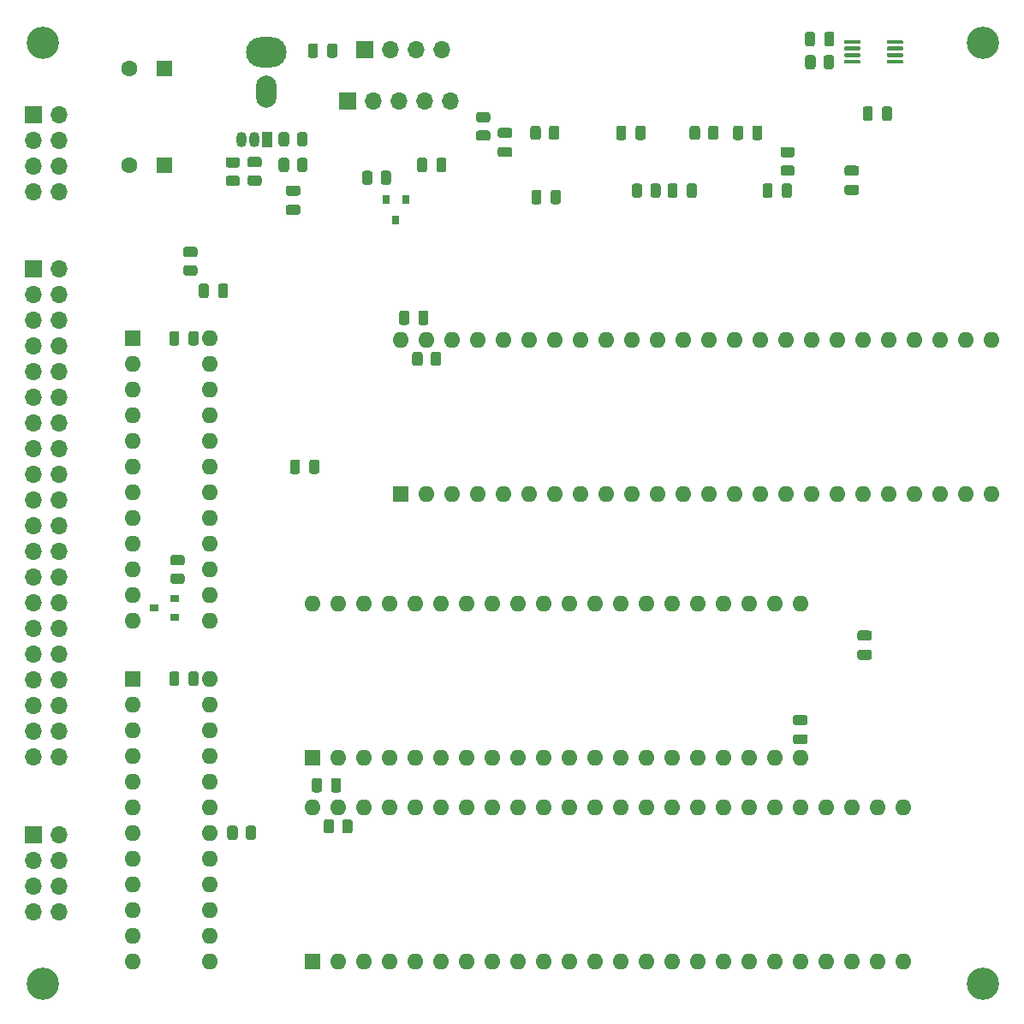
<source format=gbr>
%TF.GenerationSoftware,KiCad,Pcbnew,(5.1.9)-1*%
%TF.CreationDate,2021-11-03T00:39:52-04:00*%
%TF.ProjectId,main,6d61696e-2e6b-4696-9361-645f70636258,rev?*%
%TF.SameCoordinates,Original*%
%TF.FileFunction,Soldermask,Bot*%
%TF.FilePolarity,Negative*%
%FSLAX46Y46*%
G04 Gerber Fmt 4.6, Leading zero omitted, Abs format (unit mm)*
G04 Created by KiCad (PCBNEW (5.1.9)-1) date 2021-11-03 00:39:52*
%MOMM*%
%LPD*%
G01*
G04 APERTURE LIST*
%ADD10O,4.000000X3.000000*%
%ADD11O,2.000000X3.200000*%
%ADD12R,0.800000X0.900000*%
%ADD13R,0.900000X0.800000*%
%ADD14R,1.050000X1.500000*%
%ADD15O,1.050000X1.500000*%
%ADD16O,1.600000X1.600000*%
%ADD17R,1.600000X1.600000*%
%ADD18O,1.700000X1.700000*%
%ADD19R,1.700000X1.700000*%
%ADD20C,3.200000*%
%ADD21C,1.600000*%
G04 APERTURE END LIST*
D10*
%TO.C,J6*%
X45650000Y-24400000D03*
D11*
X45650000Y-28300000D03*
%TD*%
%TO.C,U10*%
G36*
G01*
X104364000Y-23309000D02*
X104364000Y-23509000D01*
G75*
G02*
X104264000Y-23609000I-100000J0D01*
G01*
X102839000Y-23609000D01*
G75*
G02*
X102739000Y-23509000I0J100000D01*
G01*
X102739000Y-23309000D01*
G75*
G02*
X102839000Y-23209000I100000J0D01*
G01*
X104264000Y-23209000D01*
G75*
G02*
X104364000Y-23309000I0J-100000D01*
G01*
G37*
G36*
G01*
X104364000Y-23959000D02*
X104364000Y-24159000D01*
G75*
G02*
X104264000Y-24259000I-100000J0D01*
G01*
X102839000Y-24259000D01*
G75*
G02*
X102739000Y-24159000I0J100000D01*
G01*
X102739000Y-23959000D01*
G75*
G02*
X102839000Y-23859000I100000J0D01*
G01*
X104264000Y-23859000D01*
G75*
G02*
X104364000Y-23959000I0J-100000D01*
G01*
G37*
G36*
G01*
X104364000Y-24609000D02*
X104364000Y-24809000D01*
G75*
G02*
X104264000Y-24909000I-100000J0D01*
G01*
X102839000Y-24909000D01*
G75*
G02*
X102739000Y-24809000I0J100000D01*
G01*
X102739000Y-24609000D01*
G75*
G02*
X102839000Y-24509000I100000J0D01*
G01*
X104264000Y-24509000D01*
G75*
G02*
X104364000Y-24609000I0J-100000D01*
G01*
G37*
G36*
G01*
X104364000Y-25259000D02*
X104364000Y-25459000D01*
G75*
G02*
X104264000Y-25559000I-100000J0D01*
G01*
X102839000Y-25559000D01*
G75*
G02*
X102739000Y-25459000I0J100000D01*
G01*
X102739000Y-25259000D01*
G75*
G02*
X102839000Y-25159000I100000J0D01*
G01*
X104264000Y-25159000D01*
G75*
G02*
X104364000Y-25259000I0J-100000D01*
G01*
G37*
G36*
G01*
X108589000Y-25259000D02*
X108589000Y-25459000D01*
G75*
G02*
X108489000Y-25559000I-100000J0D01*
G01*
X107064000Y-25559000D01*
G75*
G02*
X106964000Y-25459000I0J100000D01*
G01*
X106964000Y-25259000D01*
G75*
G02*
X107064000Y-25159000I100000J0D01*
G01*
X108489000Y-25159000D01*
G75*
G02*
X108589000Y-25259000I0J-100000D01*
G01*
G37*
G36*
G01*
X108589000Y-24609000D02*
X108589000Y-24809000D01*
G75*
G02*
X108489000Y-24909000I-100000J0D01*
G01*
X107064000Y-24909000D01*
G75*
G02*
X106964000Y-24809000I0J100000D01*
G01*
X106964000Y-24609000D01*
G75*
G02*
X107064000Y-24509000I100000J0D01*
G01*
X108489000Y-24509000D01*
G75*
G02*
X108589000Y-24609000I0J-100000D01*
G01*
G37*
G36*
G01*
X108589000Y-23959000D02*
X108589000Y-24159000D01*
G75*
G02*
X108489000Y-24259000I-100000J0D01*
G01*
X107064000Y-24259000D01*
G75*
G02*
X106964000Y-24159000I0J100000D01*
G01*
X106964000Y-23959000D01*
G75*
G02*
X107064000Y-23859000I100000J0D01*
G01*
X108489000Y-23859000D01*
G75*
G02*
X108589000Y-23959000I0J-100000D01*
G01*
G37*
G36*
G01*
X108589000Y-23309000D02*
X108589000Y-23509000D01*
G75*
G02*
X108489000Y-23609000I-100000J0D01*
G01*
X107064000Y-23609000D01*
G75*
G02*
X106964000Y-23509000I0J100000D01*
G01*
X106964000Y-23309000D01*
G75*
G02*
X107064000Y-23209000I100000J0D01*
G01*
X108489000Y-23209000D01*
G75*
G02*
X108589000Y-23309000I0J-100000D01*
G01*
G37*
%TD*%
%TO.C,R16*%
G36*
G01*
X56115000Y-36379999D02*
X56115000Y-37280001D01*
G75*
G02*
X55865001Y-37530000I-249999J0D01*
G01*
X55339999Y-37530000D01*
G75*
G02*
X55090000Y-37280001I0J249999D01*
G01*
X55090000Y-36379999D01*
G75*
G02*
X55339999Y-36130000I249999J0D01*
G01*
X55865001Y-36130000D01*
G75*
G02*
X56115000Y-36379999I0J-249999D01*
G01*
G37*
G36*
G01*
X57940000Y-36379999D02*
X57940000Y-37280001D01*
G75*
G02*
X57690001Y-37530000I-249999J0D01*
G01*
X57164999Y-37530000D01*
G75*
G02*
X56915000Y-37280001I0J249999D01*
G01*
X56915000Y-36379999D01*
G75*
G02*
X57164999Y-36130000I249999J0D01*
G01*
X57690001Y-36130000D01*
G75*
G02*
X57940000Y-36379999I0J-249999D01*
G01*
G37*
%TD*%
%TO.C,R9*%
G36*
G01*
X37280001Y-75165000D02*
X36379999Y-75165000D01*
G75*
G02*
X36130000Y-74915001I0J249999D01*
G01*
X36130000Y-74389999D01*
G75*
G02*
X36379999Y-74140000I249999J0D01*
G01*
X37280001Y-74140000D01*
G75*
G02*
X37530000Y-74389999I0J-249999D01*
G01*
X37530000Y-74915001D01*
G75*
G02*
X37280001Y-75165000I-249999J0D01*
G01*
G37*
G36*
G01*
X37280001Y-76990000D02*
X36379999Y-76990000D01*
G75*
G02*
X36130000Y-76740001I0J249999D01*
G01*
X36130000Y-76214999D01*
G75*
G02*
X36379999Y-75965000I249999J0D01*
G01*
X37280001Y-75965000D01*
G75*
G02*
X37530000Y-76214999I0J-249999D01*
G01*
X37530000Y-76740001D01*
G75*
G02*
X37280001Y-76990000I-249999J0D01*
G01*
G37*
%TD*%
%TO.C,R7*%
G36*
G01*
X100730000Y-25850001D02*
X100730000Y-24949999D01*
G75*
G02*
X100979999Y-24700000I249999J0D01*
G01*
X101505001Y-24700000D01*
G75*
G02*
X101755000Y-24949999I0J-249999D01*
G01*
X101755000Y-25850001D01*
G75*
G02*
X101505001Y-26100000I-249999J0D01*
G01*
X100979999Y-26100000D01*
G75*
G02*
X100730000Y-25850001I0J249999D01*
G01*
G37*
G36*
G01*
X98905000Y-25850001D02*
X98905000Y-24949999D01*
G75*
G02*
X99154999Y-24700000I249999J0D01*
G01*
X99680001Y-24700000D01*
G75*
G02*
X99930000Y-24949999I0J-249999D01*
G01*
X99930000Y-25850001D01*
G75*
G02*
X99680001Y-26100000I-249999J0D01*
G01*
X99154999Y-26100000D01*
G75*
G02*
X98905000Y-25850001I0J249999D01*
G01*
G37*
%TD*%
%TO.C,R3*%
G36*
G01*
X42780000Y-101149999D02*
X42780000Y-102050001D01*
G75*
G02*
X42530001Y-102300000I-249999J0D01*
G01*
X42004999Y-102300000D01*
G75*
G02*
X41755000Y-102050001I0J249999D01*
G01*
X41755000Y-101149999D01*
G75*
G02*
X42004999Y-100900000I249999J0D01*
G01*
X42530001Y-100900000D01*
G75*
G02*
X42780000Y-101149999I0J-249999D01*
G01*
G37*
G36*
G01*
X44605000Y-101149999D02*
X44605000Y-102050001D01*
G75*
G02*
X44355001Y-102300000I-249999J0D01*
G01*
X43829999Y-102300000D01*
G75*
G02*
X43580000Y-102050001I0J249999D01*
G01*
X43580000Y-101149999D01*
G75*
G02*
X43829999Y-100900000I249999J0D01*
G01*
X44355001Y-100900000D01*
G75*
G02*
X44605000Y-101149999I0J-249999D01*
G01*
G37*
%TD*%
D12*
%TO.C,Q3*%
X58420000Y-41005000D03*
X59370000Y-39005000D03*
X57470000Y-39005000D03*
%TD*%
D13*
%TO.C,Q2*%
X34560000Y-79375000D03*
X36560000Y-80325000D03*
X36560000Y-78425000D03*
%TD*%
%TO.C,C22*%
G36*
G01*
X48735000Y-38605000D02*
X47785000Y-38605000D01*
G75*
G02*
X47535000Y-38355000I0J250000D01*
G01*
X47535000Y-37855000D01*
G75*
G02*
X47785000Y-37605000I250000J0D01*
G01*
X48735000Y-37605000D01*
G75*
G02*
X48985000Y-37855000I0J-250000D01*
G01*
X48985000Y-38355000D01*
G75*
G02*
X48735000Y-38605000I-250000J0D01*
G01*
G37*
G36*
G01*
X48735000Y-40505000D02*
X47785000Y-40505000D01*
G75*
G02*
X47535000Y-40255000I0J250000D01*
G01*
X47535000Y-39755000D01*
G75*
G02*
X47785000Y-39505000I250000J0D01*
G01*
X48735000Y-39505000D01*
G75*
G02*
X48985000Y-39755000I0J-250000D01*
G01*
X48985000Y-40255000D01*
G75*
G02*
X48735000Y-40505000I-250000J0D01*
G01*
G37*
%TD*%
%TO.C,C21*%
G36*
G01*
X87191000Y-38575000D02*
X87191000Y-37625000D01*
G75*
G02*
X87441000Y-37375000I250000J0D01*
G01*
X87941000Y-37375000D01*
G75*
G02*
X88191000Y-37625000I0J-250000D01*
G01*
X88191000Y-38575000D01*
G75*
G02*
X87941000Y-38825000I-250000J0D01*
G01*
X87441000Y-38825000D01*
G75*
G02*
X87191000Y-38575000I0J250000D01*
G01*
G37*
G36*
G01*
X85291000Y-38575000D02*
X85291000Y-37625000D01*
G75*
G02*
X85541000Y-37375000I250000J0D01*
G01*
X86041000Y-37375000D01*
G75*
G02*
X86291000Y-37625000I0J-250000D01*
G01*
X86291000Y-38575000D01*
G75*
G02*
X86041000Y-38825000I-250000J0D01*
G01*
X85541000Y-38825000D01*
G75*
G02*
X85291000Y-38575000I0J250000D01*
G01*
G37*
%TD*%
%TO.C,C20*%
G36*
G01*
X40836000Y-48481000D02*
X40836000Y-47531000D01*
G75*
G02*
X41086000Y-47281000I250000J0D01*
G01*
X41586000Y-47281000D01*
G75*
G02*
X41836000Y-47531000I0J-250000D01*
G01*
X41836000Y-48481000D01*
G75*
G02*
X41586000Y-48731000I-250000J0D01*
G01*
X41086000Y-48731000D01*
G75*
G02*
X40836000Y-48481000I0J250000D01*
G01*
G37*
G36*
G01*
X38936000Y-48481000D02*
X38936000Y-47531000D01*
G75*
G02*
X39186000Y-47281000I250000J0D01*
G01*
X39686000Y-47281000D01*
G75*
G02*
X39936000Y-47531000I0J-250000D01*
G01*
X39936000Y-48481000D01*
G75*
G02*
X39686000Y-48731000I-250000J0D01*
G01*
X39186000Y-48731000D01*
G75*
G02*
X38936000Y-48481000I0J250000D01*
G01*
G37*
%TD*%
%TO.C,C19*%
G36*
G01*
X99880000Y-22639000D02*
X99880000Y-23589000D01*
G75*
G02*
X99630000Y-23839000I-250000J0D01*
G01*
X99130000Y-23839000D01*
G75*
G02*
X98880000Y-23589000I0J250000D01*
G01*
X98880000Y-22639000D01*
G75*
G02*
X99130000Y-22389000I250000J0D01*
G01*
X99630000Y-22389000D01*
G75*
G02*
X99880000Y-22639000I0J-250000D01*
G01*
G37*
G36*
G01*
X101780000Y-22639000D02*
X101780000Y-23589000D01*
G75*
G02*
X101530000Y-23839000I-250000J0D01*
G01*
X101030000Y-23839000D01*
G75*
G02*
X100780000Y-23589000I0J250000D01*
G01*
X100780000Y-22639000D01*
G75*
G02*
X101030000Y-22389000I250000J0D01*
G01*
X101530000Y-22389000D01*
G75*
G02*
X101780000Y-22639000I0J-250000D01*
G01*
G37*
%TD*%
%TO.C,C18*%
G36*
G01*
X68740000Y-33785000D02*
X69690000Y-33785000D01*
G75*
G02*
X69940000Y-34035000I0J-250000D01*
G01*
X69940000Y-34535000D01*
G75*
G02*
X69690000Y-34785000I-250000J0D01*
G01*
X68740000Y-34785000D01*
G75*
G02*
X68490000Y-34535000I0J250000D01*
G01*
X68490000Y-34035000D01*
G75*
G02*
X68740000Y-33785000I250000J0D01*
G01*
G37*
G36*
G01*
X68740000Y-31885000D02*
X69690000Y-31885000D01*
G75*
G02*
X69940000Y-32135000I0J-250000D01*
G01*
X69940000Y-32635000D01*
G75*
G02*
X69690000Y-32885000I-250000J0D01*
G01*
X68740000Y-32885000D01*
G75*
G02*
X68490000Y-32635000I0J250000D01*
G01*
X68490000Y-32135000D01*
G75*
G02*
X68740000Y-31885000I250000J0D01*
G01*
G37*
%TD*%
%TO.C,C17*%
G36*
G01*
X103030000Y-37534000D02*
X103980000Y-37534000D01*
G75*
G02*
X104230000Y-37784000I0J-250000D01*
G01*
X104230000Y-38284000D01*
G75*
G02*
X103980000Y-38534000I-250000J0D01*
G01*
X103030000Y-38534000D01*
G75*
G02*
X102780000Y-38284000I0J250000D01*
G01*
X102780000Y-37784000D01*
G75*
G02*
X103030000Y-37534000I250000J0D01*
G01*
G37*
G36*
G01*
X103030000Y-35634000D02*
X103980000Y-35634000D01*
G75*
G02*
X104230000Y-35884000I0J-250000D01*
G01*
X104230000Y-36384000D01*
G75*
G02*
X103980000Y-36634000I-250000J0D01*
G01*
X103030000Y-36634000D01*
G75*
G02*
X102780000Y-36384000I0J250000D01*
G01*
X102780000Y-35884000D01*
G75*
G02*
X103030000Y-35634000I250000J0D01*
G01*
G37*
%TD*%
%TO.C,C16*%
G36*
G01*
X93668000Y-32860000D02*
X93668000Y-31910000D01*
G75*
G02*
X93918000Y-31660000I250000J0D01*
G01*
X94418000Y-31660000D01*
G75*
G02*
X94668000Y-31910000I0J-250000D01*
G01*
X94668000Y-32860000D01*
G75*
G02*
X94418000Y-33110000I-250000J0D01*
G01*
X93918000Y-33110000D01*
G75*
G02*
X93668000Y-32860000I0J250000D01*
G01*
G37*
G36*
G01*
X91768000Y-32860000D02*
X91768000Y-31910000D01*
G75*
G02*
X92018000Y-31660000I250000J0D01*
G01*
X92518000Y-31660000D01*
G75*
G02*
X92768000Y-31910000I0J-250000D01*
G01*
X92768000Y-32860000D01*
G75*
G02*
X92518000Y-33110000I-250000J0D01*
G01*
X92018000Y-33110000D01*
G75*
G02*
X91768000Y-32860000I0J250000D01*
G01*
G37*
%TD*%
%TO.C,C15*%
G36*
G01*
X82111000Y-32860000D02*
X82111000Y-31910000D01*
G75*
G02*
X82361000Y-31660000I250000J0D01*
G01*
X82861000Y-31660000D01*
G75*
G02*
X83111000Y-31910000I0J-250000D01*
G01*
X83111000Y-32860000D01*
G75*
G02*
X82861000Y-33110000I-250000J0D01*
G01*
X82361000Y-33110000D01*
G75*
G02*
X82111000Y-32860000I0J250000D01*
G01*
G37*
G36*
G01*
X80211000Y-32860000D02*
X80211000Y-31910000D01*
G75*
G02*
X80461000Y-31660000I250000J0D01*
G01*
X80961000Y-31660000D01*
G75*
G02*
X81211000Y-31910000I0J-250000D01*
G01*
X81211000Y-32860000D01*
G75*
G02*
X80961000Y-33110000I-250000J0D01*
G01*
X80461000Y-33110000D01*
G75*
G02*
X80211000Y-32860000I0J250000D01*
G01*
G37*
%TD*%
%TO.C,C14*%
G36*
G01*
X72829000Y-38260000D02*
X72829000Y-39210000D01*
G75*
G02*
X72579000Y-39460000I-250000J0D01*
G01*
X72079000Y-39460000D01*
G75*
G02*
X71829000Y-39210000I0J250000D01*
G01*
X71829000Y-38260000D01*
G75*
G02*
X72079000Y-38010000I250000J0D01*
G01*
X72579000Y-38010000D01*
G75*
G02*
X72829000Y-38260000I0J-250000D01*
G01*
G37*
G36*
G01*
X74729000Y-38260000D02*
X74729000Y-39210000D01*
G75*
G02*
X74479000Y-39460000I-250000J0D01*
G01*
X73979000Y-39460000D01*
G75*
G02*
X73729000Y-39210000I0J250000D01*
G01*
X73729000Y-38260000D01*
G75*
G02*
X73979000Y-38010000I250000J0D01*
G01*
X74479000Y-38010000D01*
G75*
G02*
X74729000Y-38260000I0J-250000D01*
G01*
G37*
%TD*%
%TO.C,C13*%
G36*
G01*
X95689000Y-37625000D02*
X95689000Y-38575000D01*
G75*
G02*
X95439000Y-38825000I-250000J0D01*
G01*
X94939000Y-38825000D01*
G75*
G02*
X94689000Y-38575000I0J250000D01*
G01*
X94689000Y-37625000D01*
G75*
G02*
X94939000Y-37375000I250000J0D01*
G01*
X95439000Y-37375000D01*
G75*
G02*
X95689000Y-37625000I0J-250000D01*
G01*
G37*
G36*
G01*
X97589000Y-37625000D02*
X97589000Y-38575000D01*
G75*
G02*
X97339000Y-38825000I-250000J0D01*
G01*
X96839000Y-38825000D01*
G75*
G02*
X96589000Y-38575000I0J250000D01*
G01*
X96589000Y-37625000D01*
G75*
G02*
X96839000Y-37375000I250000J0D01*
G01*
X97339000Y-37375000D01*
G75*
G02*
X97589000Y-37625000I0J-250000D01*
G01*
G37*
%TD*%
%TO.C,C12*%
G36*
G01*
X61526000Y-35085000D02*
X61526000Y-36035000D01*
G75*
G02*
X61276000Y-36285000I-250000J0D01*
G01*
X60776000Y-36285000D01*
G75*
G02*
X60526000Y-36035000I0J250000D01*
G01*
X60526000Y-35085000D01*
G75*
G02*
X60776000Y-34835000I250000J0D01*
G01*
X61276000Y-34835000D01*
G75*
G02*
X61526000Y-35085000I0J-250000D01*
G01*
G37*
G36*
G01*
X63426000Y-35085000D02*
X63426000Y-36035000D01*
G75*
G02*
X63176000Y-36285000I-250000J0D01*
G01*
X62676000Y-36285000D01*
G75*
G02*
X62426000Y-36035000I0J250000D01*
G01*
X62426000Y-35085000D01*
G75*
G02*
X62676000Y-34835000I250000J0D01*
G01*
X63176000Y-34835000D01*
G75*
G02*
X63426000Y-35085000I0J-250000D01*
G01*
G37*
%TD*%
%TO.C,R14*%
G36*
G01*
X96704999Y-35602500D02*
X97605001Y-35602500D01*
G75*
G02*
X97855000Y-35852499I0J-249999D01*
G01*
X97855000Y-36377501D01*
G75*
G02*
X97605001Y-36627500I-249999J0D01*
G01*
X96704999Y-36627500D01*
G75*
G02*
X96455000Y-36377501I0J249999D01*
G01*
X96455000Y-35852499D01*
G75*
G02*
X96704999Y-35602500I249999J0D01*
G01*
G37*
G36*
G01*
X96704999Y-33777500D02*
X97605001Y-33777500D01*
G75*
G02*
X97855000Y-34027499I0J-249999D01*
G01*
X97855000Y-34552501D01*
G75*
G02*
X97605001Y-34802500I-249999J0D01*
G01*
X96704999Y-34802500D01*
G75*
G02*
X96455000Y-34552501I0J249999D01*
G01*
X96455000Y-34027499D01*
G75*
G02*
X96704999Y-33777500I249999J0D01*
G01*
G37*
%TD*%
%TO.C,R11*%
G36*
G01*
X47860000Y-32569999D02*
X47860000Y-33470001D01*
G75*
G02*
X47610001Y-33720000I-249999J0D01*
G01*
X47084999Y-33720000D01*
G75*
G02*
X46835000Y-33470001I0J249999D01*
G01*
X46835000Y-32569999D01*
G75*
G02*
X47084999Y-32320000I249999J0D01*
G01*
X47610001Y-32320000D01*
G75*
G02*
X47860000Y-32569999I0J-249999D01*
G01*
G37*
G36*
G01*
X49685000Y-32569999D02*
X49685000Y-33470001D01*
G75*
G02*
X49435001Y-33720000I-249999J0D01*
G01*
X48909999Y-33720000D01*
G75*
G02*
X48660000Y-33470001I0J249999D01*
G01*
X48660000Y-32569999D01*
G75*
G02*
X48909999Y-32320000I249999J0D01*
G01*
X49435001Y-32320000D01*
G75*
G02*
X49685000Y-32569999I0J-249999D01*
G01*
G37*
%TD*%
%TO.C,R10*%
G36*
G01*
X47860000Y-35109999D02*
X47860000Y-36010001D01*
G75*
G02*
X47610001Y-36260000I-249999J0D01*
G01*
X47084999Y-36260000D01*
G75*
G02*
X46835000Y-36010001I0J249999D01*
G01*
X46835000Y-35109999D01*
G75*
G02*
X47084999Y-34860000I249999J0D01*
G01*
X47610001Y-34860000D01*
G75*
G02*
X47860000Y-35109999I0J-249999D01*
G01*
G37*
G36*
G01*
X49685000Y-35109999D02*
X49685000Y-36010001D01*
G75*
G02*
X49435001Y-36260000I-249999J0D01*
G01*
X48909999Y-36260000D01*
G75*
G02*
X48660000Y-36010001I0J249999D01*
G01*
X48660000Y-35109999D01*
G75*
G02*
X48909999Y-34860000I249999J0D01*
G01*
X49435001Y-34860000D01*
G75*
G02*
X49685000Y-35109999I0J-249999D01*
G01*
G37*
%TD*%
%TO.C,R8*%
G36*
G01*
X43999999Y-36595000D02*
X44900001Y-36595000D01*
G75*
G02*
X45150000Y-36844999I0J-249999D01*
G01*
X45150000Y-37370001D01*
G75*
G02*
X44900001Y-37620000I-249999J0D01*
G01*
X43999999Y-37620000D01*
G75*
G02*
X43750000Y-37370001I0J249999D01*
G01*
X43750000Y-36844999D01*
G75*
G02*
X43999999Y-36595000I249999J0D01*
G01*
G37*
G36*
G01*
X43999999Y-34770000D02*
X44900001Y-34770000D01*
G75*
G02*
X45150000Y-35019999I0J-249999D01*
G01*
X45150000Y-35545001D01*
G75*
G02*
X44900001Y-35795000I-249999J0D01*
G01*
X43999999Y-35795000D01*
G75*
G02*
X43750000Y-35545001I0J249999D01*
G01*
X43750000Y-35019999D01*
G75*
G02*
X43999999Y-34770000I249999J0D01*
G01*
G37*
%TD*%
%TO.C,R6*%
G36*
G01*
X41840999Y-36618500D02*
X42741001Y-36618500D01*
G75*
G02*
X42991000Y-36868499I0J-249999D01*
G01*
X42991000Y-37393501D01*
G75*
G02*
X42741001Y-37643500I-249999J0D01*
G01*
X41840999Y-37643500D01*
G75*
G02*
X41591000Y-37393501I0J249999D01*
G01*
X41591000Y-36868499D01*
G75*
G02*
X41840999Y-36618500I249999J0D01*
G01*
G37*
G36*
G01*
X41840999Y-34793500D02*
X42741001Y-34793500D01*
G75*
G02*
X42991000Y-35043499I0J-249999D01*
G01*
X42991000Y-35568501D01*
G75*
G02*
X42741001Y-35818500I-249999J0D01*
G01*
X41840999Y-35818500D01*
G75*
G02*
X41591000Y-35568501I0J249999D01*
G01*
X41591000Y-35043499D01*
G75*
G02*
X41840999Y-34793500I249999J0D01*
G01*
G37*
%TD*%
D14*
%TO.C,Q1*%
X45720000Y-33020000D03*
D15*
X43180000Y-33020000D03*
X44450000Y-33020000D03*
%TD*%
%TO.C,R1*%
G36*
G01*
X37649999Y-45485000D02*
X38550001Y-45485000D01*
G75*
G02*
X38800000Y-45734999I0J-249999D01*
G01*
X38800000Y-46260001D01*
G75*
G02*
X38550001Y-46510000I-249999J0D01*
G01*
X37649999Y-46510000D01*
G75*
G02*
X37400000Y-46260001I0J249999D01*
G01*
X37400000Y-45734999D01*
G75*
G02*
X37649999Y-45485000I249999J0D01*
G01*
G37*
G36*
G01*
X37649999Y-43660000D02*
X38550001Y-43660000D01*
G75*
G02*
X38800000Y-43909999I0J-249999D01*
G01*
X38800000Y-44435001D01*
G75*
G02*
X38550001Y-44685000I-249999J0D01*
G01*
X37649999Y-44685000D01*
G75*
G02*
X37400000Y-44435001I0J249999D01*
G01*
X37400000Y-43909999D01*
G75*
G02*
X37649999Y-43660000I249999J0D01*
G01*
G37*
%TD*%
D16*
%TO.C,U11*%
X40005000Y-52705000D03*
X32385000Y-80645000D03*
X40005000Y-55245000D03*
X32385000Y-78105000D03*
X40005000Y-57785000D03*
X32385000Y-75565000D03*
X40005000Y-60325000D03*
X32385000Y-73025000D03*
X40005000Y-62865000D03*
X32385000Y-70485000D03*
X40005000Y-65405000D03*
X32385000Y-67945000D03*
X40005000Y-67945000D03*
X32385000Y-65405000D03*
X40005000Y-70485000D03*
X32385000Y-62865000D03*
X40005000Y-73025000D03*
X32385000Y-60325000D03*
X40005000Y-75565000D03*
X32385000Y-57785000D03*
X40005000Y-78105000D03*
X32385000Y-55245000D03*
X40005000Y-80645000D03*
D17*
X32385000Y-52705000D03*
%TD*%
D18*
%TO.C,J4*%
X63825000Y-29210000D03*
X61285000Y-29210000D03*
X58745000Y-29210000D03*
X56205000Y-29210000D03*
D19*
X53665000Y-29210000D03*
%TD*%
D18*
%TO.C,J3*%
X62992000Y-24130000D03*
X60452000Y-24130000D03*
X57912000Y-24130000D03*
D19*
X55372000Y-24130000D03*
%TD*%
D16*
%TO.C,U16*%
X58928000Y-52832000D03*
X117348000Y-68072000D03*
X61468000Y-52832000D03*
X114808000Y-68072000D03*
X64008000Y-52832000D03*
X112268000Y-68072000D03*
X66548000Y-52832000D03*
X109728000Y-68072000D03*
X69088000Y-52832000D03*
X107188000Y-68072000D03*
X71628000Y-52832000D03*
X104648000Y-68072000D03*
X74168000Y-52832000D03*
X102108000Y-68072000D03*
X76708000Y-52832000D03*
X99568000Y-68072000D03*
X79248000Y-52832000D03*
X97028000Y-68072000D03*
X81788000Y-52832000D03*
X94488000Y-68072000D03*
X84328000Y-52832000D03*
X91948000Y-68072000D03*
X86868000Y-52832000D03*
X89408000Y-68072000D03*
X89408000Y-52832000D03*
X86868000Y-68072000D03*
X91948000Y-52832000D03*
X84328000Y-68072000D03*
X94488000Y-52832000D03*
X81788000Y-68072000D03*
X97028000Y-52832000D03*
X79248000Y-68072000D03*
X99568000Y-52832000D03*
X76708000Y-68072000D03*
X102108000Y-52832000D03*
X74168000Y-68072000D03*
X104648000Y-52832000D03*
X71628000Y-68072000D03*
X107188000Y-52832000D03*
X69088000Y-68072000D03*
X109728000Y-52832000D03*
X66548000Y-68072000D03*
X112268000Y-52832000D03*
X64008000Y-68072000D03*
X114808000Y-52832000D03*
X61468000Y-68072000D03*
X117348000Y-52832000D03*
D17*
X58928000Y-68072000D03*
%TD*%
D16*
%TO.C,U8*%
X50165000Y-78960700D03*
X98425000Y-94200700D03*
X52705000Y-78960700D03*
X95885000Y-94200700D03*
X55245000Y-78960700D03*
X93345000Y-94200700D03*
X57785000Y-78960700D03*
X90805000Y-94200700D03*
X60325000Y-78960700D03*
X88265000Y-94200700D03*
X62865000Y-78960700D03*
X85725000Y-94200700D03*
X65405000Y-78960700D03*
X83185000Y-94200700D03*
X67945000Y-78960700D03*
X80645000Y-94200700D03*
X70485000Y-78960700D03*
X78105000Y-94200700D03*
X73025000Y-78960700D03*
X75565000Y-94200700D03*
X75565000Y-78960700D03*
X73025000Y-94200700D03*
X78105000Y-78960700D03*
X70485000Y-94200700D03*
X80645000Y-78960700D03*
X67945000Y-94200700D03*
X83185000Y-78960700D03*
X65405000Y-94200700D03*
X85725000Y-78960700D03*
X62865000Y-94200700D03*
X88265000Y-78960700D03*
X60325000Y-94200700D03*
X90805000Y-78960700D03*
X57785000Y-94200700D03*
X93345000Y-78960700D03*
X55245000Y-94200700D03*
X95885000Y-78960700D03*
X52705000Y-94200700D03*
X98425000Y-78960700D03*
D17*
X50165000Y-94200700D03*
%TD*%
D16*
%TO.C,U7*%
X50165000Y-99060000D03*
X108585000Y-114300000D03*
X52705000Y-99060000D03*
X106045000Y-114300000D03*
X55245000Y-99060000D03*
X103505000Y-114300000D03*
X57785000Y-99060000D03*
X100965000Y-114300000D03*
X60325000Y-99060000D03*
X98425000Y-114300000D03*
X62865000Y-99060000D03*
X95885000Y-114300000D03*
X65405000Y-99060000D03*
X93345000Y-114300000D03*
X67945000Y-99060000D03*
X90805000Y-114300000D03*
X70485000Y-99060000D03*
X88265000Y-114300000D03*
X73025000Y-99060000D03*
X85725000Y-114300000D03*
X75565000Y-99060000D03*
X83185000Y-114300000D03*
X78105000Y-99060000D03*
X80645000Y-114300000D03*
X80645000Y-99060000D03*
X78105000Y-114300000D03*
X83185000Y-99060000D03*
X75565000Y-114300000D03*
X85725000Y-99060000D03*
X73025000Y-114300000D03*
X88265000Y-99060000D03*
X70485000Y-114300000D03*
X90805000Y-99060000D03*
X67945000Y-114300000D03*
X93345000Y-99060000D03*
X65405000Y-114300000D03*
X95885000Y-99060000D03*
X62865000Y-114300000D03*
X98425000Y-99060000D03*
X60325000Y-114300000D03*
X100965000Y-99060000D03*
X57785000Y-114300000D03*
X103505000Y-99060000D03*
X55245000Y-114300000D03*
X106045000Y-99060000D03*
X52705000Y-114300000D03*
X108585000Y-99060000D03*
D17*
X50165000Y-114300000D03*
%TD*%
%TO.C,R15*%
G36*
G01*
X66605999Y-32150000D02*
X67506001Y-32150000D01*
G75*
G02*
X67756000Y-32399999I0J-249999D01*
G01*
X67756000Y-32925001D01*
G75*
G02*
X67506001Y-33175000I-249999J0D01*
G01*
X66605999Y-33175000D01*
G75*
G02*
X66356000Y-32925001I0J249999D01*
G01*
X66356000Y-32399999D01*
G75*
G02*
X66605999Y-32150000I249999J0D01*
G01*
G37*
G36*
G01*
X66605999Y-30325000D02*
X67506001Y-30325000D01*
G75*
G02*
X67756000Y-30574999I0J-249999D01*
G01*
X67756000Y-31100001D01*
G75*
G02*
X67506001Y-31350000I-249999J0D01*
G01*
X66605999Y-31350000D01*
G75*
G02*
X66356000Y-31100001I0J249999D01*
G01*
X66356000Y-30574999D01*
G75*
G02*
X66605999Y-30325000I249999J0D01*
G01*
G37*
%TD*%
%TO.C,R13*%
G36*
G01*
X61068000Y-54286999D02*
X61068000Y-55187001D01*
G75*
G02*
X60818001Y-55437000I-249999J0D01*
G01*
X60292999Y-55437000D01*
G75*
G02*
X60043000Y-55187001I0J249999D01*
G01*
X60043000Y-54286999D01*
G75*
G02*
X60292999Y-54037000I249999J0D01*
G01*
X60818001Y-54037000D01*
G75*
G02*
X61068000Y-54286999I0J-249999D01*
G01*
G37*
G36*
G01*
X62893000Y-54286999D02*
X62893000Y-55187001D01*
G75*
G02*
X62643001Y-55437000I-249999J0D01*
G01*
X62117999Y-55437000D01*
G75*
G02*
X61868000Y-55187001I0J249999D01*
G01*
X61868000Y-54286999D01*
G75*
G02*
X62117999Y-54037000I249999J0D01*
G01*
X62643001Y-54037000D01*
G75*
G02*
X62893000Y-54286999I0J-249999D01*
G01*
G37*
%TD*%
%TO.C,R5*%
G36*
G01*
X89300000Y-32835001D02*
X89300000Y-31934999D01*
G75*
G02*
X89549999Y-31685000I249999J0D01*
G01*
X90075001Y-31685000D01*
G75*
G02*
X90325000Y-31934999I0J-249999D01*
G01*
X90325000Y-32835001D01*
G75*
G02*
X90075001Y-33085000I-249999J0D01*
G01*
X89549999Y-33085000D01*
G75*
G02*
X89300000Y-32835001I0J249999D01*
G01*
G37*
G36*
G01*
X87475000Y-32835001D02*
X87475000Y-31934999D01*
G75*
G02*
X87724999Y-31685000I249999J0D01*
G01*
X88250001Y-31685000D01*
G75*
G02*
X88500000Y-31934999I0J-249999D01*
G01*
X88500000Y-32835001D01*
G75*
G02*
X88250001Y-33085000I-249999J0D01*
G01*
X87724999Y-33085000D01*
G75*
G02*
X87475000Y-32835001I0J249999D01*
G01*
G37*
%TD*%
%TO.C,R4*%
G36*
G01*
X72752000Y-31934999D02*
X72752000Y-32835001D01*
G75*
G02*
X72502001Y-33085000I-249999J0D01*
G01*
X71976999Y-33085000D01*
G75*
G02*
X71727000Y-32835001I0J249999D01*
G01*
X71727000Y-31934999D01*
G75*
G02*
X71976999Y-31685000I249999J0D01*
G01*
X72502001Y-31685000D01*
G75*
G02*
X72752000Y-31934999I0J-249999D01*
G01*
G37*
G36*
G01*
X74577000Y-31934999D02*
X74577000Y-32835001D01*
G75*
G02*
X74327001Y-33085000I-249999J0D01*
G01*
X73801999Y-33085000D01*
G75*
G02*
X73552000Y-32835001I0J249999D01*
G01*
X73552000Y-31934999D01*
G75*
G02*
X73801999Y-31685000I249999J0D01*
G01*
X74327001Y-31685000D01*
G75*
G02*
X74577000Y-31934999I0J-249999D01*
G01*
G37*
%TD*%
%TO.C,R2*%
G36*
G01*
X53105000Y-101415001D02*
X53105000Y-100514999D01*
G75*
G02*
X53354999Y-100265000I249999J0D01*
G01*
X53880001Y-100265000D01*
G75*
G02*
X54130000Y-100514999I0J-249999D01*
G01*
X54130000Y-101415001D01*
G75*
G02*
X53880001Y-101665000I-249999J0D01*
G01*
X53354999Y-101665000D01*
G75*
G02*
X53105000Y-101415001I0J249999D01*
G01*
G37*
G36*
G01*
X51280000Y-101415001D02*
X51280000Y-100514999D01*
G75*
G02*
X51529999Y-100265000I249999J0D01*
G01*
X52055001Y-100265000D01*
G75*
G02*
X52305000Y-100514999I0J-249999D01*
G01*
X52305000Y-101415001D01*
G75*
G02*
X52055001Y-101665000I-249999J0D01*
G01*
X51529999Y-101665000D01*
G75*
G02*
X51280000Y-101415001I0J249999D01*
G01*
G37*
%TD*%
%TO.C,R12*%
G36*
G01*
X83585000Y-38550001D02*
X83585000Y-37649999D01*
G75*
G02*
X83834999Y-37400000I249999J0D01*
G01*
X84360001Y-37400000D01*
G75*
G02*
X84610000Y-37649999I0J-249999D01*
G01*
X84610000Y-38550001D01*
G75*
G02*
X84360001Y-38800000I-249999J0D01*
G01*
X83834999Y-38800000D01*
G75*
G02*
X83585000Y-38550001I0J249999D01*
G01*
G37*
G36*
G01*
X81760000Y-38550001D02*
X81760000Y-37649999D01*
G75*
G02*
X82009999Y-37400000I249999J0D01*
G01*
X82535001Y-37400000D01*
G75*
G02*
X82785000Y-37649999I0J-249999D01*
G01*
X82785000Y-38550001D01*
G75*
G02*
X82535001Y-38800000I-249999J0D01*
G01*
X82009999Y-38800000D01*
G75*
G02*
X81760000Y-38550001I0J249999D01*
G01*
G37*
%TD*%
%TO.C,C10*%
G36*
G01*
X106495000Y-30955000D02*
X106495000Y-30005000D01*
G75*
G02*
X106745000Y-29755000I250000J0D01*
G01*
X107245000Y-29755000D01*
G75*
G02*
X107495000Y-30005000I0J-250000D01*
G01*
X107495000Y-30955000D01*
G75*
G02*
X107245000Y-31205000I-250000J0D01*
G01*
X106745000Y-31205000D01*
G75*
G02*
X106495000Y-30955000I0J250000D01*
G01*
G37*
G36*
G01*
X104595000Y-30955000D02*
X104595000Y-30005000D01*
G75*
G02*
X104845000Y-29755000I250000J0D01*
G01*
X105345000Y-29755000D01*
G75*
G02*
X105595000Y-30005000I0J-250000D01*
G01*
X105595000Y-30955000D01*
G75*
G02*
X105345000Y-31205000I-250000J0D01*
G01*
X104845000Y-31205000D01*
G75*
G02*
X104595000Y-30955000I0J250000D01*
G01*
G37*
%TD*%
%TO.C,C9*%
G36*
G01*
X37015000Y-52230000D02*
X37015000Y-53180000D01*
G75*
G02*
X36765000Y-53430000I-250000J0D01*
G01*
X36265000Y-53430000D01*
G75*
G02*
X36015000Y-53180000I0J250000D01*
G01*
X36015000Y-52230000D01*
G75*
G02*
X36265000Y-51980000I250000J0D01*
G01*
X36765000Y-51980000D01*
G75*
G02*
X37015000Y-52230000I0J-250000D01*
G01*
G37*
G36*
G01*
X38915000Y-52230000D02*
X38915000Y-53180000D01*
G75*
G02*
X38665000Y-53430000I-250000J0D01*
G01*
X38165000Y-53430000D01*
G75*
G02*
X37915000Y-53180000I0J250000D01*
G01*
X37915000Y-52230000D01*
G75*
G02*
X38165000Y-51980000I250000J0D01*
G01*
X38665000Y-51980000D01*
G75*
G02*
X38915000Y-52230000I0J-250000D01*
G01*
G37*
%TD*%
%TO.C,C7*%
G36*
G01*
X50731000Y-23782000D02*
X50731000Y-24732000D01*
G75*
G02*
X50481000Y-24982000I-250000J0D01*
G01*
X49981000Y-24982000D01*
G75*
G02*
X49731000Y-24732000I0J250000D01*
G01*
X49731000Y-23782000D01*
G75*
G02*
X49981000Y-23532000I250000J0D01*
G01*
X50481000Y-23532000D01*
G75*
G02*
X50731000Y-23782000I0J-250000D01*
G01*
G37*
G36*
G01*
X52631000Y-23782000D02*
X52631000Y-24732000D01*
G75*
G02*
X52381000Y-24982000I-250000J0D01*
G01*
X51881000Y-24982000D01*
G75*
G02*
X51631000Y-24732000I0J250000D01*
G01*
X51631000Y-23782000D01*
G75*
G02*
X51881000Y-23532000I250000J0D01*
G01*
X52381000Y-23532000D01*
G75*
G02*
X52631000Y-23782000I0J-250000D01*
G01*
G37*
%TD*%
%TO.C,C6*%
G36*
G01*
X60648000Y-51148000D02*
X60648000Y-50198000D01*
G75*
G02*
X60898000Y-49948000I250000J0D01*
G01*
X61398000Y-49948000D01*
G75*
G02*
X61648000Y-50198000I0J-250000D01*
G01*
X61648000Y-51148000D01*
G75*
G02*
X61398000Y-51398000I-250000J0D01*
G01*
X60898000Y-51398000D01*
G75*
G02*
X60648000Y-51148000I0J250000D01*
G01*
G37*
G36*
G01*
X58748000Y-51148000D02*
X58748000Y-50198000D01*
G75*
G02*
X58998000Y-49948000I250000J0D01*
G01*
X59498000Y-49948000D01*
G75*
G02*
X59748000Y-50198000I0J-250000D01*
G01*
X59748000Y-51148000D01*
G75*
G02*
X59498000Y-51398000I-250000J0D01*
G01*
X58998000Y-51398000D01*
G75*
G02*
X58748000Y-51148000I0J250000D01*
G01*
G37*
%TD*%
%TO.C,C5*%
G36*
G01*
X37015000Y-85885000D02*
X37015000Y-86835000D01*
G75*
G02*
X36765000Y-87085000I-250000J0D01*
G01*
X36265000Y-87085000D01*
G75*
G02*
X36015000Y-86835000I0J250000D01*
G01*
X36015000Y-85885000D01*
G75*
G02*
X36265000Y-85635000I250000J0D01*
G01*
X36765000Y-85635000D01*
G75*
G02*
X37015000Y-85885000I0J-250000D01*
G01*
G37*
G36*
G01*
X38915000Y-85885000D02*
X38915000Y-86835000D01*
G75*
G02*
X38665000Y-87085000I-250000J0D01*
G01*
X38165000Y-87085000D01*
G75*
G02*
X37915000Y-86835000I0J250000D01*
G01*
X37915000Y-85885000D01*
G75*
G02*
X38165000Y-85635000I250000J0D01*
G01*
X38665000Y-85635000D01*
G75*
G02*
X38915000Y-85885000I0J-250000D01*
G01*
G37*
%TD*%
%TO.C,C4*%
G36*
G01*
X49853000Y-65880000D02*
X49853000Y-64930000D01*
G75*
G02*
X50103000Y-64680000I250000J0D01*
G01*
X50603000Y-64680000D01*
G75*
G02*
X50853000Y-64930000I0J-250000D01*
G01*
X50853000Y-65880000D01*
G75*
G02*
X50603000Y-66130000I-250000J0D01*
G01*
X50103000Y-66130000D01*
G75*
G02*
X49853000Y-65880000I0J250000D01*
G01*
G37*
G36*
G01*
X47953000Y-65880000D02*
X47953000Y-64930000D01*
G75*
G02*
X48203000Y-64680000I250000J0D01*
G01*
X48703000Y-64680000D01*
G75*
G02*
X48953000Y-64930000I0J-250000D01*
G01*
X48953000Y-65880000D01*
G75*
G02*
X48703000Y-66130000I-250000J0D01*
G01*
X48203000Y-66130000D01*
G75*
G02*
X47953000Y-65880000I0J250000D01*
G01*
G37*
%TD*%
%TO.C,C3*%
G36*
G01*
X104300000Y-83508000D02*
X105250000Y-83508000D01*
G75*
G02*
X105500000Y-83758000I0J-250000D01*
G01*
X105500000Y-84258000D01*
G75*
G02*
X105250000Y-84508000I-250000J0D01*
G01*
X104300000Y-84508000D01*
G75*
G02*
X104050000Y-84258000I0J250000D01*
G01*
X104050000Y-83758000D01*
G75*
G02*
X104300000Y-83508000I250000J0D01*
G01*
G37*
G36*
G01*
X104300000Y-81608000D02*
X105250000Y-81608000D01*
G75*
G02*
X105500000Y-81858000I0J-250000D01*
G01*
X105500000Y-82358000D01*
G75*
G02*
X105250000Y-82608000I-250000J0D01*
G01*
X104300000Y-82608000D01*
G75*
G02*
X104050000Y-82358000I0J250000D01*
G01*
X104050000Y-81858000D01*
G75*
G02*
X104300000Y-81608000I250000J0D01*
G01*
G37*
%TD*%
%TO.C,C2*%
G36*
G01*
X98900000Y-90956700D02*
X97950000Y-90956700D01*
G75*
G02*
X97700000Y-90706700I0J250000D01*
G01*
X97700000Y-90206700D01*
G75*
G02*
X97950000Y-89956700I250000J0D01*
G01*
X98900000Y-89956700D01*
G75*
G02*
X99150000Y-90206700I0J-250000D01*
G01*
X99150000Y-90706700D01*
G75*
G02*
X98900000Y-90956700I-250000J0D01*
G01*
G37*
G36*
G01*
X98900000Y-92856700D02*
X97950000Y-92856700D01*
G75*
G02*
X97700000Y-92606700I0J250000D01*
G01*
X97700000Y-92106700D01*
G75*
G02*
X97950000Y-91856700I250000J0D01*
G01*
X98900000Y-91856700D01*
G75*
G02*
X99150000Y-92106700I0J-250000D01*
G01*
X99150000Y-92606700D01*
G75*
G02*
X98900000Y-92856700I-250000J0D01*
G01*
G37*
%TD*%
%TO.C,C1*%
G36*
G01*
X52012000Y-97376000D02*
X52012000Y-96426000D01*
G75*
G02*
X52262000Y-96176000I250000J0D01*
G01*
X52762000Y-96176000D01*
G75*
G02*
X53012000Y-96426000I0J-250000D01*
G01*
X53012000Y-97376000D01*
G75*
G02*
X52762000Y-97626000I-250000J0D01*
G01*
X52262000Y-97626000D01*
G75*
G02*
X52012000Y-97376000I0J250000D01*
G01*
G37*
G36*
G01*
X50112000Y-97376000D02*
X50112000Y-96426000D01*
G75*
G02*
X50362000Y-96176000I250000J0D01*
G01*
X50862000Y-96176000D01*
G75*
G02*
X51112000Y-96426000I0J-250000D01*
G01*
X51112000Y-97376000D01*
G75*
G02*
X50862000Y-97626000I-250000J0D01*
G01*
X50362000Y-97626000D01*
G75*
G02*
X50112000Y-97376000I0J250000D01*
G01*
G37*
%TD*%
D16*
%TO.C,U5*%
X40005000Y-86360000D03*
X32385000Y-114300000D03*
X40005000Y-88900000D03*
X32385000Y-111760000D03*
X40005000Y-91440000D03*
X32385000Y-109220000D03*
X40005000Y-93980000D03*
X32385000Y-106680000D03*
X40005000Y-96520000D03*
X32385000Y-104140000D03*
X40005000Y-99060000D03*
X32385000Y-101600000D03*
X40005000Y-101600000D03*
X32385000Y-99060000D03*
X40005000Y-104140000D03*
X32385000Y-96520000D03*
X40005000Y-106680000D03*
X32385000Y-93980000D03*
X40005000Y-109220000D03*
X32385000Y-91440000D03*
X40005000Y-111760000D03*
X32385000Y-88900000D03*
X40005000Y-114300000D03*
D17*
X32385000Y-86360000D03*
%TD*%
D20*
%TO.C,M4*%
X23500000Y-116500000D03*
%TD*%
%TO.C,M3*%
X23500000Y-23500000D03*
%TD*%
%TO.C,M2*%
X116500000Y-116500000D03*
%TD*%
%TO.C,M1*%
X116500000Y-23500000D03*
%TD*%
D21*
%TO.C,C8*%
X32060000Y-35560000D03*
D17*
X35560000Y-35560000D03*
%TD*%
D21*
%TO.C,C11*%
X32060000Y-26035000D03*
D17*
X35560000Y-26035000D03*
%TD*%
D19*
%TO.C,J1*%
X22540000Y-30600000D03*
D18*
X25080000Y-30600000D03*
X22540000Y-33140000D03*
X25080000Y-33140000D03*
X22540000Y-35680000D03*
X25080000Y-35680000D03*
X22540000Y-38220000D03*
X25080000Y-38220000D03*
%TD*%
%TO.C,J2*%
X25080000Y-109400000D03*
X22540000Y-109400000D03*
X25080000Y-106860000D03*
X22540000Y-106860000D03*
X25080000Y-104320000D03*
X22540000Y-104320000D03*
X25080000Y-101780000D03*
D19*
X22540000Y-101780000D03*
%TD*%
D18*
%TO.C,J5*%
X25080000Y-94130000D03*
X22540000Y-94130000D03*
X25080000Y-91590000D03*
X22540000Y-91590000D03*
X25080000Y-89050000D03*
X22540000Y-89050000D03*
X25080000Y-86510000D03*
X22540000Y-86510000D03*
X25080000Y-83970000D03*
X22540000Y-83970000D03*
X25080000Y-81430000D03*
X22540000Y-81430000D03*
X25080000Y-78890000D03*
X22540000Y-78890000D03*
X25080000Y-76350000D03*
X22540000Y-76350000D03*
X25080000Y-73810000D03*
X22540000Y-73810000D03*
X25080000Y-71270000D03*
X22540000Y-71270000D03*
X25080000Y-68730000D03*
X22540000Y-68730000D03*
X25080000Y-66190000D03*
X22540000Y-66190000D03*
X25080000Y-63650000D03*
X22540000Y-63650000D03*
X25080000Y-61110000D03*
X22540000Y-61110000D03*
X25080000Y-58570000D03*
X22540000Y-58570000D03*
X25080000Y-56030000D03*
X22540000Y-56030000D03*
X25080000Y-53490000D03*
X22540000Y-53490000D03*
X25080000Y-50950000D03*
X22540000Y-50950000D03*
X25080000Y-48410000D03*
X22540000Y-48410000D03*
X25080000Y-45870000D03*
D19*
X22540000Y-45870000D03*
%TD*%
M02*

</source>
